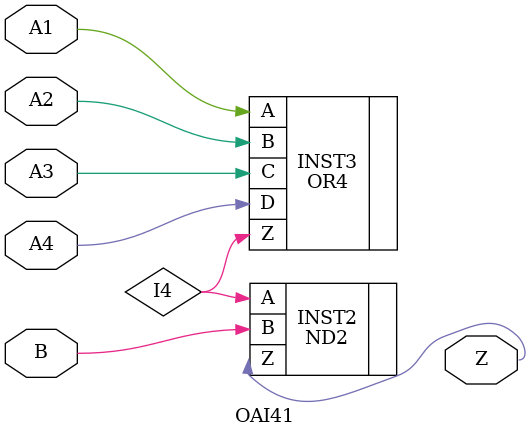
<source format=v>
`timescale 1 ns / 100 ps

/* Created by DB2VERILOG Version 1.2.0.2 on Fri Aug  5 11:15:35 1994 */
/* module compiled from "lsl2db 4.0.3" run */

module OAI41 (A1, A2, A3, A4, B, Z);
input  A1, A2, A3, A4, B;
output Z;
ND2 INST2 (.A(I4), .B(B), .Z(Z));
OR4 INST3 (.A(A1), .B(A2), .C(A3), .D(A4), .Z(I4));

endmodule


</source>
